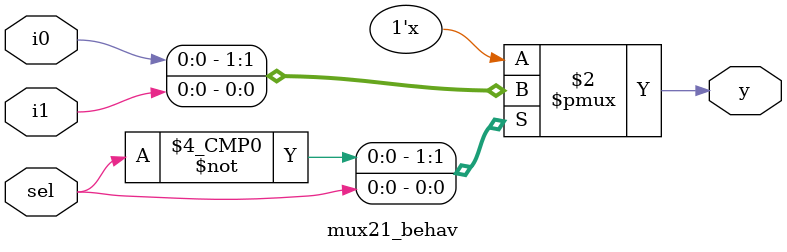
<source format=v>
module mux21_behav(
	input i0,i1,sel,
	output reg y);

	always @(i0 or i1 or sel)
	begin
		case(sel)
			1'b0:y=i0;
			1'b1:y=i1;
		endcase
	end
endmodule

</source>
